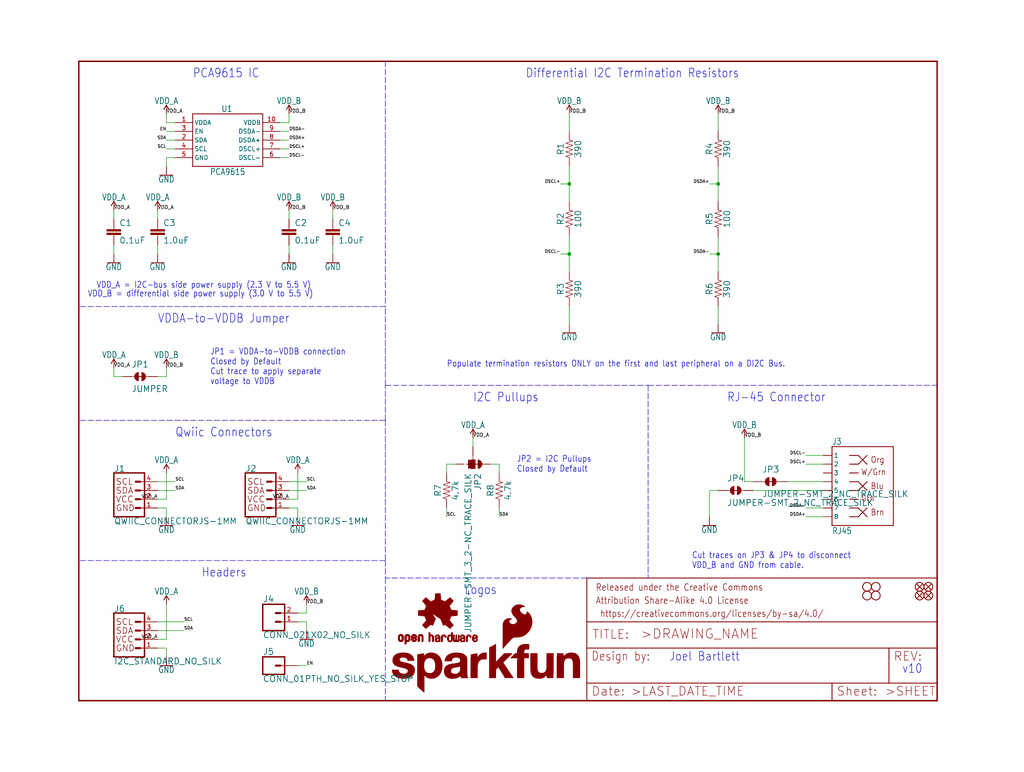
<source format=kicad_sch>
(kicad_sch (version 20211123) (generator eeschema)
  (paper "User" 297.002 223.926)
  (lib_symbols
    (symbol "eagleSchem-eagle-import:0.1UF-0603-25V-(+80{slash}-20%)"
      (property "Reference" "C" (at 1.524 2.921 0))
      (property "Value" "0.1UF-0603-25V-(+80{slash}-20%)" (at 1.524 -2.159 0))
      (symbol "0.1UF-0603-25V-(+80{slash}-20%)_1_0"
        (pin passive line (at 0 5.08 270) (length 2.54) (name "1") (number "1"))
        (pin passive line (at 0 -2.54 90) (length 2.54) (name "2") (number "2"))
      )
    )
    (symbol "eagleSchem-eagle-import:1.0UF-0603-16V-10%"
      (property "Reference" "C" (at 1.524 2.921 0))
      (property "Value" "1.0UF-0603-16V-10%" (at 1.524 -2.159 0))
      (symbol "1.0UF-0603-16V-10%_1_0"
        (pin passive line (at 0 5.08 270) (length 2.54) (name "1") (number "1"))
        (pin passive line (at 0 -2.54 90) (length 2.54) (name "2") (number "2"))
      )
    )
    (symbol "eagleSchem-eagle-import:100OHM-0603-1{slash}10W-1%"
      (property "Reference" "R" (at 0 1.524 0))
      (property "Value" "100OHM-0603-1{slash}10W-1%" (at 0 -1.524 0))
      (symbol "100OHM-0603-1{slash}10W-1%_1_0"
        (pin passive line (at -5.08 0 0) (length 2.54) (name "1") (number "1"))
        (pin passive line (at 5.08 0 180) (length 2.54) (name "2") (number "2"))
      )
    )
    (symbol "eagleSchem-eagle-import:390OHM-0603-1{slash}10W-1%"
      (property "Reference" "R" (at 0 1.524 0))
      (property "Value" "390OHM-0603-1{slash}10W-1%" (at 0 -1.524 0))
      (symbol "390OHM-0603-1{slash}10W-1%_1_0"
        (pin passive line (at -5.08 0 0) (length 2.54) (name "1") (number "1"))
        (pin passive line (at 5.08 0 180) (length 2.54) (name "2") (number "2"))
      )
    )
    (symbol "eagleSchem-eagle-import:4.7KOHM-0603-1{slash}10W-1%"
      (property "Reference" "R" (at 0 1.524 0))
      (property "Value" "4.7KOHM-0603-1{slash}10W-1%" (at 0 -1.524 0))
      (symbol "4.7KOHM-0603-1{slash}10W-1%_1_0"
        (pin passive line (at -5.08 0 0) (length 2.54) (name "1") (number "1"))
        (pin passive line (at 5.08 0 180) (length 2.54) (name "2") (number "2"))
      )
    )
    (symbol "eagleSchem-eagle-import:CONN_01PTH_NO_SILK_YES_STOP"
      (property "Reference" "J" (at -2.54 3.048 0))
      (property "Value" "CONN_01PTH_NO_SILK_YES_STOP" (at -2.54 -4.826 0))
      (symbol "CONN_01PTH_NO_SILK_YES_STOP_1_0"
        (pin passive line (at 7.62 0 180) (length 5.08) (name "1") (number "1"))
      )
    )
    (symbol "eagleSchem-eagle-import:CONN_021X02_NO_SILK"
      (property "Reference" "J" (at -2.54 5.588 0))
      (property "Value" "CONN_021X02_NO_SILK" (at -2.54 -4.826 0))
      (symbol "CONN_021X02_NO_SILK_1_0"
        (pin passive line (at 7.62 0 180) (length 5.08) (name "1") (number "1"))
        (pin passive line (at 7.62 2.54 180) (length 5.08) (name "2") (number "2"))
      )
    )
    (symbol "eagleSchem-eagle-import:FIDUCIALUFIDUCIAL")
    (symbol "eagleSchem-eagle-import:FRAME-LETTER"
      (symbol "FRAME-LETTER_2_0"
        (text " https://creativecommons.org/licenses/by-sa/4.0/" (at 2.54 24.13 0) (effects (font (size 1.9304 1.6408)) (justify left bottom)))
        (text ">DRAWING_NAME" (at 15.494 17.78 0) (effects (font (size 2.7432 2.7432)) (justify left bottom)))
        (text ">LAST_DATE_TIME" (at 12.7 1.27 0) (effects (font (size 2.54 2.54)) (justify left bottom)))
        (text ">SHEET" (at 86.36 1.27 0) (effects (font (size 2.54 2.54)) (justify left bottom)))
        (text "Attribution Share-Alike 4.0 License" (at 2.54 27.94 0) (effects (font (size 1.9304 1.6408)) (justify left bottom)))
        (text "Date:" (at 1.27 1.27 0) (effects (font (size 2.54 2.54)) (justify left bottom)))
        (text "Design by:" (at 1.27 11.43 0) (effects (font (size 2.54 2.159)) (justify left bottom)))
        (text "Released under the Creative Commons" (at 2.54 31.75 0) (effects (font (size 1.9304 1.6408)) (justify left bottom)))
        (text "REV:" (at 88.9 11.43 0) (effects (font (size 2.54 2.54)) (justify left bottom)))
        (text "Sheet:" (at 72.39 1.27 0) (effects (font (size 2.54 2.54)) (justify left bottom)))
        (text "TITLE:" (at 1.524 17.78 0) (effects (font (size 2.54 2.54)) (justify left bottom)))
      )
    )
    (symbol "eagleSchem-eagle-import:GND" (power)
      (property "Value" "GND" (at 0 -0.254 0))
      (symbol "GND_1_0"
        (pin power_in line (at 0 2.54 270) (length 2.54) (name "GND") (number "1"))
      )
    )
    (symbol "eagleSchem-eagle-import:I2C_STANDARD_NO_SILK"
      (property "Reference" "J" (at -5.08 7.874 0))
      (property "Value" "I2C_STANDARD_NO_SILK" (at -5.08 -5.334 0))
      (symbol "I2C_STANDARD_NO_SILK_1_0"
        (text "GND" (at -4.572 -2.54 0) (effects (font (size 1.778 1.778)) (justify left)))
        (text "SCL" (at -4.572 5.08 0) (effects (font (size 1.778 1.778)) (justify left)))
        (text "SDA" (at -4.572 2.54 0) (effects (font (size 1.778 1.778)) (justify left)))
        (text "VCC" (at -4.572 0 0) (effects (font (size 1.778 1.778)) (justify left)))
        (pin power_in line (at 7.62 -2.54 180) (length 5.08) (name "GND") (number "1"))
        (pin power_in line (at 7.62 0 180) (length 5.08) (name "VCC") (number "2"))
        (pin passive line (at 7.62 2.54 180) (length 5.08) (name "SDA") (number "3"))
        (pin passive line (at 7.62 5.08 180) (length 5.08) (name "SCL") (number "4"))
      )
    )
    (symbol "eagleSchem-eagle-import:JUMPER-SMT_2_NC_TRACE_SILK"
      (property "Reference" "JP" (at -2.54 2.54 0))
      (property "Value" "JUMPER-SMT_2_NC_TRACE_SILK" (at -2.54 -2.54 0))
      (symbol "JUMPER-SMT_2_NC_TRACE_SILK_1_0"
        (pin passive line (at -5.08 0 0) (length 2.54) (name "1") (number "1"))
        (pin passive line (at 5.08 0 180) (length 2.54) (name "2") (number "2"))
      )
    )
    (symbol "eagleSchem-eagle-import:JUMPER-SMT_3_2-NC_TRACE_SILK"
      (property "Reference" "JP" (at 2.54 0.381 0))
      (property "Value" "JUMPER-SMT_3_2-NC_TRACE_SILK" (at 2.54 -0.381 0))
      (symbol "JUMPER-SMT_3_2-NC_TRACE_SILK_1_0"
        (pin passive line (at 0 5.08 270) (length 2.54) (name "1") (number "1"))
        (pin passive line (at -5.08 0 0) (length 2.54) (name "2") (number "2"))
        (pin passive line (at 0 -5.08 90) (length 2.54) (name "3") (number "3"))
      )
    )
    (symbol "eagleSchem-eagle-import:OSHW-LOGOM")
    (symbol "eagleSchem-eagle-import:PCA9615"
      (property "Value" "PCA9615" (at 0 -10.16 0))
      (symbol "PCA9615_1_0"
        (pin bidirectional line (at -15.24 5.08 0) (length 5.08) (name "VDDA") (number "1"))
        (pin bidirectional line (at 15.24 5.08 180) (length 5.08) (name "VDDB") (number "10"))
        (pin bidirectional line (at -15.24 0 0) (length 5.08) (name "SDA") (number "2"))
        (pin bidirectional line (at -15.24 2.54 0) (length 5.08) (name "EN") (number "3"))
        (pin bidirectional line (at -15.24 -2.54 0) (length 5.08) (name "SCL") (number "4"))
        (pin bidirectional line (at -15.24 -5.08 0) (length 5.08) (name "GND") (number "5"))
        (pin bidirectional line (at 15.24 -5.08 180) (length 5.08) (name "DSCL-") (number "6"))
        (pin bidirectional line (at 15.24 -2.54 180) (length 5.08) (name "DSCL+") (number "7"))
        (pin bidirectional line (at 15.24 0 180) (length 5.08) (name "DSDA+") (number "8"))
        (pin bidirectional line (at 15.24 2.54 180) (length 5.08) (name "DSDA-") (number "9"))
      )
    )
    (symbol "eagleSchem-eagle-import:QWIIC_CONNECTORJS-1MM"
      (property "Reference" "J" (at -5.08 7.874 0))
      (property "Value" "QWIIC_CONNECTORJS-1MM" (at -5.08 -5.334 0))
      (symbol "QWIIC_CONNECTORJS-1MM_1_0"
        (text "GND" (at -4.572 -2.54 0) (effects (font (size 1.778 1.778)) (justify left)))
        (text "SCL" (at -4.572 5.08 0) (effects (font (size 1.778 1.778)) (justify left)))
        (text "SDA" (at -4.572 2.54 0) (effects (font (size 1.778 1.778)) (justify left)))
        (text "VCC" (at -4.572 0 0) (effects (font (size 1.778 1.778)) (justify left)))
        (pin power_in line (at 7.62 -2.54 180) (length 5.08) (name "1") (number "1"))
        (pin power_in line (at 7.62 0 180) (length 5.08) (name "2") (number "2"))
        (pin passive line (at 7.62 2.54 180) (length 5.08) (name "3") (number "3"))
        (pin passive line (at 7.62 5.08 180) (length 5.08) (name "4") (number "4"))
      )
    )
    (symbol "eagleSchem-eagle-import:RJ45-8"
      (property "Reference" "J" (at -5.08 10.668 0))
      (property "Value" "RJ45-8" (at -5.08 -15.24 0))
      (symbol "RJ45-8_1_0"
        (text "Blu" (at 6.096 -2.286 0) (effects (font (size 1.778 1.5113)) (justify left bottom)))
        (text "Brn" (at 6.096 -9.906 0) (effects (font (size 1.778 1.5113)) (justify left bottom)))
        (text "Grn" (at 3.302 -5.842 0) (effects (font (size 1.778 1.5113)) (justify left bottom)))
        (text "Org" (at 6.096 5.334 0) (effects (font (size 1.778 1.5113)) (justify left bottom)))
        (text "W/Grn" (at 3.302 1.778 0) (effects (font (size 1.778 1.5113)) (justify left bottom)))
        (pin bidirectional line (at -7.62 7.62 0) (length 2.54) (name "1") (number "1"))
        (pin bidirectional line (at -7.62 5.08 0) (length 2.54) (name "2") (number "2"))
        (pin bidirectional line (at -7.62 2.54 0) (length 2.54) (name "3") (number "3"))
        (pin bidirectional line (at -7.62 0 0) (length 2.54) (name "4") (number "4"))
        (pin bidirectional line (at -7.62 -2.54 0) (length 2.54) (name "5") (number "5"))
        (pin bidirectional line (at -7.62 -5.08 0) (length 2.54) (name "6") (number "6"))
        (pin bidirectional line (at -7.62 -7.62 0) (length 2.54) (name "7") (number "7"))
        (pin bidirectional line (at -7.62 -10.16 0) (length 2.54) (name "8") (number "8"))
      )
    )
    (symbol "eagleSchem-eagle-import:SFE_LOGO_NAME_FLAME.1_INCH")
    (symbol "eagleSchem-eagle-import:STAND-OFF")
    (symbol "eagleSchem-eagle-import:VCC_1" (power)
      (property "Value" "VCC_1" (at 0 2.794 0))
      (symbol "VCC_1_1_0"
        (pin power_in line (at 0 0 90) (length 2.54) (name "VCC_1") (number "1"))
      )
    )
    (symbol "eagleSchem-eagle-import:VCC_2" (power)
      (property "Value" "VCC_2" (at 0 2.794 0))
      (symbol "VCC_2_1_0"
        (pin power_in line (at 0 0 90) (length 2.54) (name "VCC_2") (number "1"))
      )
    )
  )
  (junction (at 165.1 73.66))
  (junction (at 208.28 73.66))
  (junction (at 165.1 53.34))
  (junction (at 208.28 53.34))
  (wire (pts (xy 48.26 45.72) (xy 48.26 48.26)))
  (polyline (pts (xy 111.76 121.92) (xy 111.76 162.56)))
  (wire (pts (xy 88.9 180.34) (xy 86.36 180.34)))
  (wire (pts (xy 208.28 58.42) (xy 208.28 53.34)))
  (wire (pts (xy 48.26 35.56) (xy 50.8 35.56)))
  (wire (pts (xy 238.76 147.32) (xy 233.68 147.32)))
  (polyline (pts (xy 111.76 111.76) (xy 187.96 111.76)))
  (wire (pts (xy 96.52 60.96) (xy 96.52 63.5)))
  (wire (pts (xy 83.82 139.7) (xy 88.9 139.7)))
  (wire (pts (xy 33.02 106.68) (xy 33.02 109.22)))
  (wire (pts (xy 50.8 38.1) (xy 48.26 38.1)))
  (wire (pts (xy 208.28 93.98) (xy 208.28 88.9)))
  (wire (pts (xy 48.26 106.68) (xy 48.26 109.22)))
  (polyline (pts (xy 111.76 111.76) (xy 111.76 88.9)))
  (wire (pts (xy 83.82 35.56) (xy 81.28 35.56)))
  (wire (pts (xy 48.26 147.32) (xy 48.26 149.86)))
  (wire (pts (xy 83.82 147.32) (xy 86.36 147.32)))
  (polyline (pts (xy 111.76 121.92) (xy 111.76 111.76)))
  (wire (pts (xy 83.82 142.24) (xy 88.9 142.24)))
  (wire (pts (xy 208.28 73.66) (xy 205.74 73.66)))
  (wire (pts (xy 137.16 127) (xy 137.16 129.54)))
  (wire (pts (xy 96.52 73.66) (xy 96.52 71.12)))
  (wire (pts (xy 165.1 78.74) (xy 165.1 73.66)))
  (polyline (pts (xy 111.76 121.92) (xy 22.86 121.92)))
  (wire (pts (xy 81.28 38.1) (xy 83.82 38.1)))
  (wire (pts (xy 129.54 149.86) (xy 129.54 147.32)))
  (polyline (pts (xy 187.96 111.76) (xy 187.96 167.64)))
  (wire (pts (xy 165.1 58.42) (xy 165.1 53.34)))
  (wire (pts (xy 238.76 134.62) (xy 233.68 134.62)))
  (wire (pts (xy 33.02 109.22) (xy 35.56 109.22)))
  (polyline (pts (xy 111.76 17.78) (xy 111.76 88.9)))
  (wire (pts (xy 48.26 33.02) (xy 48.26 35.56)))
  (wire (pts (xy 88.9 177.8) (xy 86.36 177.8)))
  (wire (pts (xy 165.1 33.02) (xy 165.1 38.1)))
  (wire (pts (xy 208.28 142.24) (xy 205.74 142.24)))
  (polyline (pts (xy 111.76 167.64) (xy 111.76 203.2)))
  (wire (pts (xy 218.44 142.24) (xy 238.76 142.24)))
  (wire (pts (xy 129.54 137.16) (xy 129.54 134.62)))
  (wire (pts (xy 50.8 45.72) (xy 48.26 45.72)))
  (wire (pts (xy 83.82 60.96) (xy 83.82 63.5)))
  (wire (pts (xy 83.82 144.78) (xy 86.36 144.78)))
  (wire (pts (xy 48.26 109.22) (xy 45.72 109.22)))
  (wire (pts (xy 50.8 43.18) (xy 48.26 43.18)))
  (wire (pts (xy 88.9 182.88) (xy 88.9 180.34)))
  (wire (pts (xy 50.8 40.64) (xy 48.26 40.64)))
  (wire (pts (xy 129.54 134.62) (xy 132.08 134.62)))
  (wire (pts (xy 86.36 144.78) (xy 86.36 137.16)))
  (wire (pts (xy 48.26 144.78) (xy 48.26 137.16)))
  (wire (pts (xy 144.78 137.16) (xy 144.78 134.62)))
  (wire (pts (xy 208.28 73.66) (xy 208.28 68.58)))
  (wire (pts (xy 83.82 73.66) (xy 83.82 71.12)))
  (wire (pts (xy 208.28 33.02) (xy 208.28 38.1)))
  (wire (pts (xy 83.82 33.02) (xy 83.82 35.56)))
  (wire (pts (xy 215.9 127) (xy 215.9 139.7)))
  (wire (pts (xy 165.1 73.66) (xy 162.56 73.66)))
  (wire (pts (xy 215.9 139.7) (xy 218.44 139.7)))
  (wire (pts (xy 45.72 180.34) (xy 53.34 180.34)))
  (wire (pts (xy 45.72 142.24) (xy 50.8 142.24)))
  (wire (pts (xy 208.28 53.34) (xy 208.28 48.26)))
  (wire (pts (xy 45.72 147.32) (xy 48.26 147.32)))
  (wire (pts (xy 205.74 142.24) (xy 205.74 149.86)))
  (wire (pts (xy 45.72 73.66) (xy 45.72 71.12)))
  (polyline (pts (xy 187.96 111.76) (xy 271.78 111.76)))
  (wire (pts (xy 144.78 149.86) (xy 144.78 147.32)))
  (polyline (pts (xy 111.76 162.56) (xy 22.86 162.56)))
  (wire (pts (xy 88.9 175.26) (xy 88.9 177.8)))
  (wire (pts (xy 165.1 73.66) (xy 165.1 68.58)))
  (wire (pts (xy 45.72 144.78) (xy 48.26 144.78)))
  (wire (pts (xy 86.36 147.32) (xy 86.36 149.86)))
  (wire (pts (xy 33.02 73.66) (xy 33.02 71.12)))
  (wire (pts (xy 81.28 45.72) (xy 83.82 45.72)))
  (wire (pts (xy 45.72 185.42) (xy 48.26 185.42)))
  (wire (pts (xy 45.72 139.7) (xy 50.8 139.7)))
  (polyline (pts (xy 170.18 167.64) (xy 111.76 167.64)))
  (wire (pts (xy 208.28 78.74) (xy 208.28 73.66)))
  (wire (pts (xy 81.28 40.64) (xy 83.82 40.64)))
  (wire (pts (xy 165.1 93.98) (xy 165.1 88.9)))
  (wire (pts (xy 228.6 139.7) (xy 238.76 139.7)))
  (polyline (pts (xy 111.76 88.9) (xy 22.86 88.9)))
  (wire (pts (xy 144.78 134.62) (xy 142.24 134.62)))
  (wire (pts (xy 48.26 187.96) (xy 48.26 190.5)))
  (wire (pts (xy 45.72 182.88) (xy 53.34 182.88)))
  (wire (pts (xy 165.1 53.34) (xy 165.1 48.26)))
  (polyline (pts (xy 111.76 162.56) (xy 111.76 167.64)))
  (wire (pts (xy 81.28 43.18) (xy 83.82 43.18)))
  (wire (pts (xy 33.02 60.96) (xy 33.02 63.5)))
  (wire (pts (xy 48.26 185.42) (xy 48.26 175.26)))
  (wire (pts (xy 45.72 187.96) (xy 48.26 187.96)))
  (wire (pts (xy 208.28 53.34) (xy 205.74 53.34)))
  (wire (pts (xy 86.36 193.04) (xy 88.9 193.04)))
  (wire (pts (xy 165.1 53.34) (xy 162.56 53.34)))
  (wire (pts (xy 238.76 132.08) (xy 233.68 132.08)))
  (wire (pts (xy 45.72 60.96) (xy 45.72 63.5)))
  (wire (pts (xy 238.76 149.86) (xy 233.68 149.86)))
  (text "Headers" (at 58.42 167.64 180) (effects (font (size 2.54 2.159)) (justify left bottom)))
  (text "JP1 = VDDA-to-VDDB connection\nClosed by Default\nCut trace to apply separate\nvoltage to VDDB" (at 60.96 111.76 0) (effects (font (size 1.778 1.5113)) (justify left bottom)))
  (text "Joel Bartlett" (at 194.056 192.024 180) (effects (font (size 2.54 2.159)) (justify left bottom)))
  (text "VDD_A = I2C-bus side power supply (2.3 V to 5.5 V)" (at 27.94 83.82 0) (effects (font (size 1.778 1.5113)) (justify left bottom)))
  (text "Qwiic Connectors" (at 50.8 127 180) (effects (font (size 2.54 2.159)) (justify left bottom)))
  (text "v10" (at 261.62 195.58 180) (effects (font (size 2.54 2.159)) (justify left bottom)))
  (text "I2C Pullups" (at 137.16 116.84 180) (effects (font (size 2.54 2.159)) (justify left bottom)))
  (text "PCA9615 IC" (at 55.88 22.86 180) (effects (font (size 2.54 2.159)) (justify left bottom)))
  (text "RJ-45 Connector" (at 210.82 116.84 180) (effects (font (size 2.54 2.159)) (justify left bottom)))
  (text "JP2 = I2C Pullups\nClosed by Default" (at 149.86 137.16 180) (effects (font (size 1.778 1.5113)) (justify left bottom)))
  (text "Logos" (at 134.62 172.72 180) (effects (font (size 2.54 2.159)) (justify left bottom)))
  (text "VDDA-to-VDDB Jumper" (at 45.72 93.98 180) (effects (font (size 2.54 2.159)) (justify left bottom)))
  (text "VDD_B = differential side power supply (3.0 V to 5.5 V)" (at 25.4 86.36 0) (effects (font (size 1.778 1.5113)) (justify left bottom)))
  (text "Cut traces on JP3 & JP4 to disconnect\nVDD_B and GND from cable." (at 200.66 165.1 0) (effects (font (size 1.778 1.5113)) (justify left bottom)))
  (text "Populate termination resistors ONLY on the first and last peripheral on a DI2C Bus." (at 129.54 106.68 0) (effects (font (size 1.778 1.5113)) (justify left bottom)))
  (text "Differential I2C Termination Resistors" (at 152.4 22.86 180) (effects (font (size 2.54 2.159)) (justify left bottom)))
  (label "SDA" (at 53.34 182.88 0) (effects (font (size 0.889 0.889))))
  (label "VDD_B" (at 83.82 33.02 0) (effects (font (size 1.016 1.016))))
  (label "DSCL+" (at 162.56 53.34 180) (effects (font (size 0.889 0.889))))
  (label "DSCL-" (at 233.68 132.08 180) (effects (font (size 0.889 0.889))))
  (label "DSCL+" (at 233.68 134.62 180) (effects (font (size 0.889 0.889))))
  (label "SCL" (at 48.26 43.18 180) (effects (font (size 0.889 0.889))))
  (label "SCL" (at 129.54 149.86 0) (effects (font (size 0.889 0.889))))
  (label "VDD_A" (at 137.16 127 0) (effects (font (size 1.016 1.016))))
  (label "DSCL-" (at 162.56 73.66 180) (effects (font (size 0.889 0.889))))
  (label "VDD_B" (at 96.52 60.96 0) (effects (font (size 1.016 1.016))))
  (label "SDA" (at 50.8 142.24 0) (effects (font (size 0.889 0.889))))
  (label "VDD_B" (at 83.82 60.96 0) (effects (font (size 1.016 1.016))))
  (label "VDD_A" (at 45.72 185.42 180) (effects (font (size 1.016 1.016))))
  (label "SCL" (at 88.9 139.7 0) (effects (font (size 0.889 0.889))))
  (label "VDD_B" (at 208.28 33.02 0) (effects (font (size 1.016 1.016))))
  (label "EN" (at 48.26 38.1 180) (effects (font (size 0.889 0.889))))
  (label "SCL" (at 50.8 139.7 0) (effects (font (size 0.889 0.889))))
  (label "SDA" (at 48.26 40.64 180) (effects (font (size 0.889 0.889))))
  (label "VDD_A" (at 33.02 60.96 0) (effects (font (size 1.016 1.016))))
  (label "SDA" (at 88.9 142.24 0) (effects (font (size 0.889 0.889))))
  (label "DSCL+" (at 83.82 43.18 0) (effects (font (size 0.889 0.889))))
  (label "VDD_B" (at 215.9 127 0) (effects (font (size 1.016 1.016))))
  (label "VDD_A" (at 45.72 60.96 0) (effects (font (size 1.016 1.016))))
  (label "VDD_B" (at 48.26 106.68 0) (effects (font (size 1.016 1.016))))
  (label "SCL" (at 53.34 180.34 0) (effects (font (size 0.889 0.889))))
  (label "DSCL-" (at 83.82 45.72 0) (effects (font (size 0.889 0.889))))
  (label "VDD_B" (at 88.9 175.26 0) (effects (font (size 1.016 1.016))))
  (label "DSDA-" (at 83.82 38.1 0) (effects (font (size 0.889 0.889))))
  (label "DSDA+" (at 233.68 149.86 180) (effects (font (size 0.889 0.889))))
  (label "EN" (at 88.9 193.04 0) (effects (font (size 0.889 0.889))))
  (label "DSDA+" (at 205.74 53.34 180) (effects (font (size 0.889 0.889))))
  (label "VDD_A" (at 45.72 144.78 180) (effects (font (size 1.016 1.016))))
  (label "DSDA+" (at 83.82 40.64 0) (effects (font (size 0.889 0.889))))
  (label "DSDA-" (at 233.68 147.32 180) (effects (font (size 0.889 0.889))))
  (label "DSDA-" (at 205.74 73.66 180) (effects (font (size 0.889 0.889))))
  (label "VDD_A" (at 33.02 106.68 0) (effects (font (size 1.016 1.016))))
  (label "SDA" (at 144.78 149.86 0) (effects (font (size 0.889 0.889))))
  (label "VDD_B" (at 165.1 33.02 0) (effects (font (size 1.016 1.016))))
  (label "VDD_A" (at 83.82 144.78 180) (effects (font (size 1.016 1.016))))
  (label "VDD_A" (at 48.26 33.02 0) (effects (font (size 1.016 1.016))))
  (symbol (lib_id "eagleSchem-eagle-import:VCC_2") (at 208.28 33.02 0) (unit 1)
    (property "Reference" "#SUPPLY6" (effects hide))
    (property "Value" "VDD_B" (at 208.28 30.226 0) (effects (font (size 1.778 1.5113)) (justify bottom)))
    (property "Footprint" "eagleSchem:" (effects hide))
  )
  (symbol (lib_id "eagleSchem-eagle-import:GND") (at 48.26 152.4 0) (unit 1)
    (property "Reference" "#GND1" (effects hide))
    (property "Value" "GND" (at 48.26 152.654 0) (effects (font (size 1.778 1.5113)) (justify top)))
    (property "Footprint" "eagleSchem:" (effects hide))
  )
  (symbol (lib_id "eagleSchem-eagle-import:GND") (at 208.28 96.52 0) (unit 1)
    (property "Reference" "#GND5" (effects hide))
    (property "Value" "GND" (at 208.28 96.774 0) (effects (font (size 1.778 1.5113)) (justify top)))
    (property "Footprint" "eagleSchem:" (effects hide))
  )
  (symbol (lib_id "eagleSchem-eagle-import:VCC_2") (at 83.82 33.02 0) (unit 1)
    (property "Reference" "#SUPPLY2" (effects hide))
    (property "Value" "VDD_B" (at 83.82 30.226 0) (effects (font (size 1.778 1.5113)) (justify bottom)))
    (property "Footprint" "eagleSchem:" (effects hide))
  )
  (symbol (lib_id "eagleSchem-eagle-import:GND") (at 48.26 50.8 0) (unit 1)
    (property "Reference" "#GND3" (effects hide))
    (property "Value" "GND" (at 48.26 51.054 0) (effects (font (size 1.778 1.5113)) (justify top)))
    (property "Footprint" "eagleSchem:" (effects hide))
  )
  (symbol (lib_id "eagleSchem-eagle-import:VCC_1") (at 137.16 127 0) (unit 1)
    (property "Reference" "#SUPPLY14" (effects hide))
    (property "Value" "VDD_A" (at 137.16 124.206 0) (effects (font (size 1.778 1.5113)) (justify bottom)))
    (property "Footprint" "eagleSchem:" (effects hide))
  )
  (symbol (lib_id "eagleSchem-eagle-import:VCC_2") (at 83.82 60.96 0) (unit 1)
    (property "Reference" "#SUPPLY9" (effects hide))
    (property "Value" "VDD_B" (at 83.82 58.166 0) (effects (font (size 1.778 1.5113)) (justify bottom)))
    (property "Footprint" "eagleSchem:" (effects hide))
  )
  (symbol (lib_id "eagleSchem-eagle-import:JUMPER-SMT_2_NC_TRACE_SILK") (at 40.64 109.22 0) (unit 1)
    (property "Reference" "JP1" (at 38.1 106.68 0) (effects (font (size 1.778 1.778)) (justify left bottom)))
    (property "Value" "JUMPER" (at 38.1 111.76 0) (effects (font (size 1.778 1.778)) (justify left top)))
    (property "Footprint" "eagleSchem:SMT-JUMPER_2_NC_TRACE_SILK" (effects hide))
  )
  (symbol (lib_id "eagleSchem-eagle-import:390OHM-0603-1{slash}10W-1%") (at 208.28 83.82 90) (unit 1)
    (property "Reference" "R6" (at 206.756 83.82 0) (effects (font (size 1.778 1.778)) (justify bottom)))
    (property "Value" "390" (at 209.804 83.82 0) (effects (font (size 1.778 1.778)) (justify top)))
    (property "Footprint" "eagleSchem:0603" (effects hide))
  )
  (symbol (lib_id "eagleSchem-eagle-import:FIDUCIALUFIDUCIAL") (at 266.7 170.18 0) (unit 1)
    (property "Reference" "FD3" (effects hide))
    (property "Value" "FIDUCIALUFIDUCIAL" (effects hide))
    (property "Footprint" "eagleSchem:FIDUCIAL-MICRO" (effects hide))
  )
  (symbol (lib_id "eagleSchem-eagle-import:4.7KOHM-0603-1{slash}10W-1%") (at 129.54 142.24 90) (unit 1)
    (property "Reference" "R7" (at 128.016 142.24 0) (effects (font (size 1.778 1.778)) (justify bottom)))
    (property "Value" "4.7k" (at 131.064 142.24 0) (effects (font (size 1.778 1.778)) (justify top)))
    (property "Footprint" "eagleSchem:0603" (effects hide))
  )
  (symbol (lib_id "eagleSchem-eagle-import:GND") (at 205.74 152.4 0) (unit 1)
    (property "Reference" "#GND10" (effects hide))
    (property "Value" "GND" (at 205.74 152.654 0) (effects (font (size 1.778 1.5113)) (justify top)))
    (property "Footprint" "eagleSchem:" (effects hide))
  )
  (symbol (lib_id "eagleSchem-eagle-import:4.7KOHM-0603-1{slash}10W-1%") (at 144.78 142.24 90) (unit 1)
    (property "Reference" "R8" (at 143.256 142.24 0) (effects (font (size 1.778 1.778)) (justify bottom)))
    (property "Value" "4.7k" (at 146.304 142.24 0) (effects (font (size 1.778 1.778)) (justify top)))
    (property "Footprint" "eagleSchem:0603" (effects hide))
  )
  (symbol (lib_id "eagleSchem-eagle-import:VCC_1") (at 33.02 60.96 0) (unit 1)
    (property "Reference" "#SUPPLY7" (effects hide))
    (property "Value" "VDD_A" (at 33.02 58.166 0) (effects (font (size 1.778 1.5113)) (justify bottom)))
    (property "Footprint" "eagleSchem:" (effects hide))
  )
  (symbol (lib_id "eagleSchem-eagle-import:GND") (at 45.72 76.2 0) (unit 1)
    (property "Reference" "#GND7" (effects hide))
    (property "Value" "GND" (at 45.72 76.454 0) (effects (font (size 1.778 1.5113)) (justify top)))
    (property "Footprint" "eagleSchem:" (effects hide))
  )
  (symbol (lib_id "eagleSchem-eagle-import:QWIIC_CONNECTORJS-1MM") (at 76.2 144.78 0) (unit 1)
    (property "Reference" "J2" (at 71.12 136.906 0) (effects (font (size 1.778 1.778)) (justify left bottom)))
    (property "Value" "QWIIC_CONNECTORJS-1MM" (at 71.12 150.114 0) (effects (font (size 1.778 1.778)) (justify left top)))
    (property "Footprint" "eagleSchem:1X04_1MM_RA" (effects hide))
  )
  (symbol (lib_id "eagleSchem-eagle-import:VCC_2") (at 215.9 127 0) (unit 1)
    (property "Reference" "#SUPPLY13" (effects hide))
    (property "Value" "VDD_B" (at 215.9 124.206 0) (effects (font (size 1.778 1.5113)) (justify bottom)))
    (property "Footprint" "eagleSchem:" (effects hide))
  )
  (symbol (lib_id "eagleSchem-eagle-import:CONN_021X02_NO_SILK") (at 78.74 180.34 0) (unit 1)
    (property "Reference" "J4" (at 76.2 174.752 0) (effects (font (size 1.778 1.778)) (justify left bottom)))
    (property "Value" "CONN_021X02_NO_SILK" (at 76.2 185.166 0) (effects (font (size 1.778 1.778)) (justify left bottom)))
    (property "Footprint" "eagleSchem:1X02_NO_SILK" (effects hide))
  )
  (symbol (lib_id "eagleSchem-eagle-import:1.0UF-0603-16V-10%") (at 45.72 68.58 0) (unit 1)
    (property "Reference" "C3" (at 47.244 65.659 0) (effects (font (size 1.778 1.778)) (justify left bottom)))
    (property "Value" "1.0uF" (at 47.244 70.739 0) (effects (font (size 1.778 1.778)) (justify left bottom)))
    (property "Footprint" "eagleSchem:0603" (effects hide))
  )
  (symbol (lib_id "eagleSchem-eagle-import:PCA9615") (at 66.04 40.64 0) (unit 1)
    (property "Reference" "U1" (at 65.786 32.512 0) (effects (font (size 1.778 1.5113)) (justify bottom)))
    (property "Value" "PCA9615" (at 66.04 50.8 0) (effects (font (size 1.778 1.5113)) (justify bottom)))
    (property "Footprint" "eagleSchem:TSSOP10" (effects hide))
  )
  (symbol (lib_id "eagleSchem-eagle-import:VCC_1") (at 33.02 106.68 0) (unit 1)
    (property "Reference" "#SUPPLY11" (effects hide))
    (property "Value" "VDD_A" (at 33.02 103.886 0) (effects (font (size 1.778 1.5113)) (justify bottom)))
    (property "Footprint" "eagleSchem:" (effects hide))
  )
  (symbol (lib_id "eagleSchem-eagle-import:GND") (at 86.36 152.4 0) (unit 1)
    (property "Reference" "#GND2" (effects hide))
    (property "Value" "GND" (at 86.36 152.654 0) (effects (font (size 1.778 1.5113)) (justify top)))
    (property "Footprint" "eagleSchem:" (effects hide))
  )
  (symbol (lib_id "eagleSchem-eagle-import:I2C_STANDARD_NO_SILK") (at 38.1 185.42 0) (unit 1)
    (property "Reference" "J6" (at 33.02 177.546 0) (effects (font (size 1.778 1.778)) (justify left bottom)))
    (property "Value" "I2C_STANDARD_NO_SILK" (at 33.02 190.754 0) (effects (font (size 1.778 1.778)) (justify left top)))
    (property "Footprint" "eagleSchem:1X04_NO_SILK" (effects hide))
  )
  (symbol (lib_id "eagleSchem-eagle-import:390OHM-0603-1{slash}10W-1%") (at 165.1 83.82 90) (unit 1)
    (property "Reference" "R3" (at 163.576 83.82 0) (effects (font (size 1.778 1.778)) (justify bottom)))
    (property "Value" "390" (at 166.624 83.82 0) (effects (font (size 1.778 1.778)) (justify top)))
    (property "Footprint" "eagleSchem:0603" (effects hide))
  )
  (symbol (lib_id "eagleSchem-eagle-import:STAND-OFF") (at 254 172.72 0) (unit 1)
    (property "Reference" "H3" (effects hide))
    (property "Value" "STAND-OFF" (effects hide))
    (property "Footprint" "eagleSchem:STAND-OFF" (effects hide))
  )
  (symbol (lib_id "eagleSchem-eagle-import:FRAME-LETTER") (at 170.18 203.2 0) (unit 2)
    (property "Reference" "FRAME1" (effects hide))
    (property "Value" "FRAME-LETTER" (effects hide))
    (property "Footprint" "eagleSchem:CREATIVE_COMMONS" (effects hide))
  )
  (symbol (lib_id "eagleSchem-eagle-import:GND") (at 83.82 76.2 0) (unit 1)
    (property "Reference" "#GND8" (effects hide))
    (property "Value" "GND" (at 83.82 76.454 0) (effects (font (size 1.778 1.5113)) (justify top)))
    (property "Footprint" "eagleSchem:" (effects hide))
  )
  (symbol (lib_id "eagleSchem-eagle-import:100OHM-0603-1{slash}10W-1%") (at 165.1 63.5 90) (unit 1)
    (property "Reference" "R2" (at 163.576 63.5 0) (effects (font (size 1.778 1.778)) (justify bottom)))
    (property "Value" "100" (at 166.624 63.5 0) (effects (font (size 1.778 1.778)) (justify top)))
    (property "Footprint" "eagleSchem:0603" (effects hide))
  )
  (symbol (lib_id "eagleSchem-eagle-import:GND") (at 48.26 193.04 0) (unit 1)
    (property "Reference" "#GND11" (effects hide))
    (property "Value" "GND" (at 48.26 193.294 0) (effects (font (size 1.778 1.5113)) (justify top)))
    (property "Footprint" "eagleSchem:" (effects hide))
  )
  (symbol (lib_id "eagleSchem-eagle-import:FIDUCIALUFIDUCIAL") (at 269.24 170.18 0) (unit 1)
    (property "Reference" "FD1" (effects hide))
    (property "Value" "FIDUCIALUFIDUCIAL" (effects hide))
    (property "Footprint" "eagleSchem:FIDUCIAL-MICRO" (effects hide))
  )
  (symbol (lib_id "eagleSchem-eagle-import:SFE_LOGO_NAME_FLAME.1_INCH") (at 113.03 201.168 0) (unit 1)
    (property "Reference" "LOGO5" (effects hide))
    (property "Value" "SFE_LOGO_NAME_FLAME.1_INCH" (effects hide))
    (property "Footprint" "eagleSchem:SFE_LOGO_NAME_FLAME_.1" (effects hide))
  )
  (symbol (lib_id "eagleSchem-eagle-import:VCC_1") (at 48.26 175.26 0) (unit 1)
    (property "Reference" "#SUPPLY15" (effects hide))
    (property "Value" "VDD_A" (at 48.26 172.466 0) (effects (font (size 1.778 1.5113)) (justify bottom)))
    (property "Footprint" "eagleSchem:" (effects hide))
  )
  (symbol (lib_id "eagleSchem-eagle-import:CONN_01PTH_NO_SILK_YES_STOP") (at 78.74 193.04 0) (unit 1)
    (property "Reference" "J5" (at 76.2 189.992 0) (effects (font (size 1.778 1.778)) (justify left bottom)))
    (property "Value" "CONN_01PTH_NO_SILK_YES_STOP" (at 76.2 197.866 0) (effects (font (size 1.778 1.778)) (justify left bottom)))
    (property "Footprint" "eagleSchem:1X01_NO_SILK" (effects hide))
  )
  (symbol (lib_id "eagleSchem-eagle-import:390OHM-0603-1{slash}10W-1%") (at 165.1 43.18 90) (unit 1)
    (property "Reference" "R1" (at 163.576 43.18 0) (effects (font (size 1.778 1.778)) (justify bottom)))
    (property "Value" "390" (at 166.624 43.18 0) (effects (font (size 1.778 1.778)) (justify top)))
    (property "Footprint" "eagleSchem:0603" (effects hide))
  )
  (symbol (lib_id "eagleSchem-eagle-import:VCC_2") (at 88.9 175.26 0) (unit 1)
    (property "Reference" "#SUPPLY16" (effects hide))
    (property "Value" "VDD_B" (at 88.9 172.466 0) (effects (font (size 1.778 1.5113)) (justify bottom)))
    (property "Footprint" "eagleSchem:" (effects hide))
  )
  (symbol (lib_id "eagleSchem-eagle-import:GND") (at 165.1 96.52 0) (unit 1)
    (property "Reference" "#GND4" (effects hide))
    (property "Value" "GND" (at 165.1 96.774 0) (effects (font (size 1.778 1.5113)) (justify top)))
    (property "Footprint" "eagleSchem:" (effects hide))
  )
  (symbol (lib_id "eagleSchem-eagle-import:390OHM-0603-1{slash}10W-1%") (at 208.28 43.18 90) (unit 1)
    (property "Reference" "R4" (at 206.756 43.18 0) (effects (font (size 1.778 1.778)) (justify bottom)))
    (property "Value" "390" (at 209.804 43.18 0) (effects (font (size 1.778 1.778)) (justify top)))
    (property "Footprint" "eagleSchem:0603" (effects hide))
  )
  (symbol (lib_id "eagleSchem-eagle-import:STAND-OFF") (at 254 170.18 0) (unit 1)
    (property "Reference" "H2" (effects hide))
    (property "Value" "STAND-OFF" (effects hide))
    (property "Footprint" "eagleSchem:STAND-OFF" (effects hide))
  )
  (symbol (lib_id "eagleSchem-eagle-import:1.0UF-0603-16V-10%") (at 96.52 68.58 0) (unit 1)
    (property "Reference" "C4" (at 98.044 65.659 0) (effects (font (size 1.778 1.778)) (justify left bottom)))
    (property "Value" "1.0uF" (at 98.044 70.739 0) (effects (font (size 1.778 1.778)) (justify left bottom)))
    (property "Footprint" "eagleSchem:0603" (effects hide))
  )
  (symbol (lib_id "eagleSchem-eagle-import:FIDUCIALUFIDUCIAL") (at 266.7 172.72 0) (unit 1)
    (property "Reference" "FD4" (effects hide))
    (property "Value" "FIDUCIALUFIDUCIAL" (effects hide))
    (property "Footprint" "eagleSchem:FIDUCIAL-MICRO" (effects hide))
  )
  (symbol (lib_id "eagleSchem-eagle-import:0.1UF-0603-25V-(+80{slash}-20%)") (at 83.82 68.58 0) (unit 1)
    (property "Reference" "C2" (at 85.344 65.659 0) (effects (font (size 1.778 1.778)) (justify left bottom)))
    (property "Value" "0.1uF" (at 85.344 70.739 0) (effects (font (size 1.778 1.778)) (justify left bottom)))
    (property "Footprint" "eagleSchem:0603" (effects hide))
  )
  (symbol (lib_id "eagleSchem-eagle-import:GND") (at 96.52 76.2 0) (unit 1)
    (property "Reference" "#GND9" (effects hide))
    (property "Value" "GND" (at 96.52 76.454 0) (effects (font (size 1.778 1.5113)) (justify top)))
    (property "Footprint" "eagleSchem:" (effects hide))
  )
  (symbol (lib_id "eagleSchem-eagle-import:VCC_1") (at 86.36 137.16 0) (unit 1)
    (property "Reference" "#SUPPLY1" (effects hide))
    (property "Value" "VDD_A" (at 86.36 134.366 0) (effects (font (size 1.778 1.5113)) (justify bottom)))
    (property "Footprint" "eagleSchem:" (effects hide))
  )
  (symbol (lib_id "eagleSchem-eagle-import:OSHW-LOGOM") (at 127 177.8 0) (unit 1)
    (property "Reference" "LOGO1" (effects hide))
    (property "Value" "OSHW-LOGOM" (effects hide))
    (property "Footprint" "eagleSchem:OSHW-LOGO-M" (effects hide))
  )
  (symbol (lib_id "eagleSchem-eagle-import:JUMPER-SMT_3_2-NC_TRACE_SILK") (at 137.16 134.62 270) (unit 1)
    (property "Reference" "JP2" (at 137.541 137.16 0) (effects (font (size 1.778 1.778)) (justify left bottom)))
    (property "Value" "JUMPER-SMT_3_2-NC_TRACE_SILK" (at 136.779 137.16 0) (effects (font (size 1.778 1.778)) (justify left top)))
    (property "Footprint" "eagleSchem:SMT-JUMPER_3_2-NC_TRACE_SILK" (effects hide))
  )
  (symbol (lib_id "eagleSchem-eagle-import:STAND-OFF") (at 251.46 170.18 0) (unit 1)
    (property "Reference" "H1" (effects hide))
    (property "Value" "STAND-OFF" (effects hide))
    (property "Footprint" "eagleSchem:STAND-OFF" (effects hide))
  )
  (symbol (lib_id "eagleSchem-eagle-import:0.1UF-0603-25V-(+80{slash}-20%)") (at 33.02 68.58 0) (unit 1)
    (property "Reference" "C1" (at 34.544 65.659 0) (effects (font (size 1.778 1.778)) (justify left bottom)))
    (property "Value" "0.1uF" (at 34.544 70.739 0) (effects (font (size 1.778 1.778)) (justify left bottom)))
    (property "Footprint" "eagleSchem:0603" (effects hide))
  )
  (symbol (lib_id "eagleSchem-eagle-import:VCC_2") (at 48.26 106.68 0) (unit 1)
    (property "Reference" "#SUPPLY12" (effects hide))
    (property "Value" "VDD_B" (at 48.26 103.886 0) (effects (font (size 1.778 1.5113)) (justify bottom)))
    (property "Footprint" "eagleSchem:" (effects hide))
  )
  (symbol (lib_id "eagleSchem-eagle-import:GND") (at 33.02 76.2 0) (unit 1)
    (property "Reference" "#GND6" (effects hide))
    (property "Value" "GND" (at 33.02 76.454 0) (effects (font (size 1.778 1.5113)) (justify top)))
    (property "Footprint" "eagleSchem:" (effects hide))
  )
  (symbol (lib_id "eagleSchem-eagle-import:QWIIC_CONNECTORJS-1MM") (at 38.1 144.78 0) (unit 1)
    (property "Reference" "J1" (at 33.02 136.906 0) (effects (font (size 1.778 1.778)) (justify left bottom)))
    (property "Value" "QWIIC_CONNECTORJS-1MM" (at 33.02 150.114 0) (effects (font (size 1.778 1.778)) (justify left top)))
    (property "Footprint" "eagleSchem:1X04_1MM_RA" (effects hide))
  )
  (symbol (lib_id "eagleSchem-eagle-import:GND") (at 88.9 185.42 0) (unit 1)
    (property "Reference" "#GND12" (effects hide))
    (property "Value" "GND" (at 88.9 185.674 0) (effects (font (size 1.778 1.5113)) (justify top)))
    (property "Footprint" "eagleSchem:" (effects hide))
  )
  (symbol (lib_id "eagleSchem-eagle-import:100OHM-0603-1{slash}10W-1%") (at 208.28 63.5 90) (unit 1)
    (property "Reference" "R5" (at 206.756 63.5 0) (effects (font (size 1.778 1.778)) (justify bottom)))
    (property "Value" "100" (at 209.804 63.5 0) (effects (font (size 1.778 1.778)) (justify top)))
    (property "Footprint" "eagleSchem:0603" (effects hide))
  )
  (symbol (lib_id "eagleSchem-eagle-import:STAND-OFF") (at 251.46 172.72 0) (unit 1)
    (property "Reference" "H4" (effects hide))
    (property "Value" "STAND-OFF" (effects hide))
    (property "Footprint" "eagleSchem:STAND-OFF" (effects hide))
  )
  (symbol (lib_id "eagleSchem-eagle-import:FIDUCIALUFIDUCIAL") (at 269.24 172.72 0) (unit 1)
    (property "Reference" "FD2" (effects hide))
    (property "Value" "FIDUCIALUFIDUCIAL" (effects hide))
    (property "Footprint" "eagleSchem:FIDUCIAL-MICRO" (effects hide))
  )
  (symbol (lib_id "eagleSchem-eagle-import:FRAME-LETTER") (at 22.86 203.2 0) (unit 1)
    (property "Reference" "FRAME1" (effects hide))
    (property "Value" "FRAME-LETTER" (effects hide))
    (property "Footprint" "eagleSchem:CREATIVE_COMMONS" (effects hide))
  )
  (symbol (lib_id "eagleSchem-eagle-import:VCC_1") (at 45.72 60.96 0) (unit 1)
    (property "Reference" "#SUPPLY8" (effects hide))
    (property "Value" "VDD_A" (at 45.72 58.166 0) (effects (font (size 1.778 1.5113)) (justify bottom)))
    (property "Footprint" "eagleSchem:" (effects hide))
  )
  (symbol (lib_id "eagleSchem-eagle-import:JUMPER-SMT_2_NC_TRACE_SILK") (at 213.36 142.24 0) (unit 1)
    (property "Reference" "JP4" (at 210.82 139.7 0) (effects (font (size 1.778 1.778)) (justify left bottom)))
    (property "Value" "JUMPER-SMT_2_NC_TRACE_SILK" (at 210.82 144.78 0) (effects (font (size 1.778 1.778)) (justify left top)))
    (property "Footprint" "eagleSchem:SMT-JUMPER_2_NC_TRACE_SILK" (effects hide))
  )
  (symbol (lib_id "eagleSchem-eagle-import:VCC_2") (at 96.52 60.96 0) (unit 1)
    (property "Reference" "#SUPPLY10" (effects hide))
    (property "Value" "VDD_B" (at 96.52 58.166 0) (effects (font (size 1.778 1.5113)) (justify bottom)))
    (property "Footprint" "eagleSchem:" (effects hide))
  )
  (symbol (lib_id "eagleSchem-eagle-import:RJ45-8") (at 246.38 139.7 0) (unit 1)
    (property "Reference" "J3" (at 241.3 129.032 0) (effects (font (size 1.778 1.5113)) (justify left bottom)))
    (property "Value" "RJ45" (at 241.3 154.94 0) (effects (font (size 1.778 1.5113)) (justify left bottom)))
    (property "Footprint" "eagleSchem:RJ45-8" (effects hide))
  )
  (symbol (lib_id "eagleSchem-eagle-import:JUMPER-SMT_2_NC_TRACE_SILK") (at 223.52 139.7 0) (unit 1)
    (property "Reference" "JP3" (at 220.98 137.16 0) (effects (font (size 1.778 1.778)) (justify left bottom)))
    (property "Value" "JUMPER-SMT_2_NC_TRACE_SILK" (at 220.98 142.24 0) (effects (font (size 1.778 1.778)) (justify left top)))
    (property "Footprint" "eagleSchem:SMT-JUMPER_2_NC_TRACE_SILK" (effects hide))
  )
  (symbol (lib_id "eagleSchem-eagle-import:VCC_1") (at 48.26 33.02 0) (unit 1)
    (property "Reference" "#SUPPLY4" (effects hide))
    (property "Value" "VDD_A" (at 48.26 30.226 0) (effects (font (size 1.778 1.5113)) (justify bottom)))
    (property "Footprint" "eagleSchem:" (effects hide))
  )
  (symbol (lib_id "eagleSchem-eagle-import:VCC_2") (at 165.1 33.02 0) (unit 1)
    (property "Reference" "#SUPPLY5" (effects hide))
    (property "Value" "VDD_B" (at 165.1 30.226 0) (effects (font (size 1.778 1.5113)) (justify bottom)))
    (property "Footprint" "eagleSchem:" (effects hide))
  )
  (symbol (lib_id "eagleSchem-eagle-import:VCC_1") (at 48.26 137.16 0) (unit 1)
    (property "Reference" "#SUPPLY3" (effects hide))
    (property "Value" "VDD_A" (at 48.26 134.366 0) (effects (font (size 1.778 1.5113)) (justify bottom)))
    (property "Footprint" "eagleSchem:" (effects hide))
  )
)
</source>
